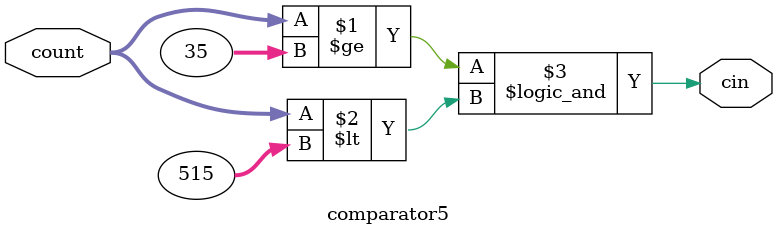
<source format=sv>
module comparator5#(parameter N = 10) (input logic[9:0] count, output logic cin);


	assign cin = (count >= 35) && (count < 515);
	
	
	
endmodule
</source>
